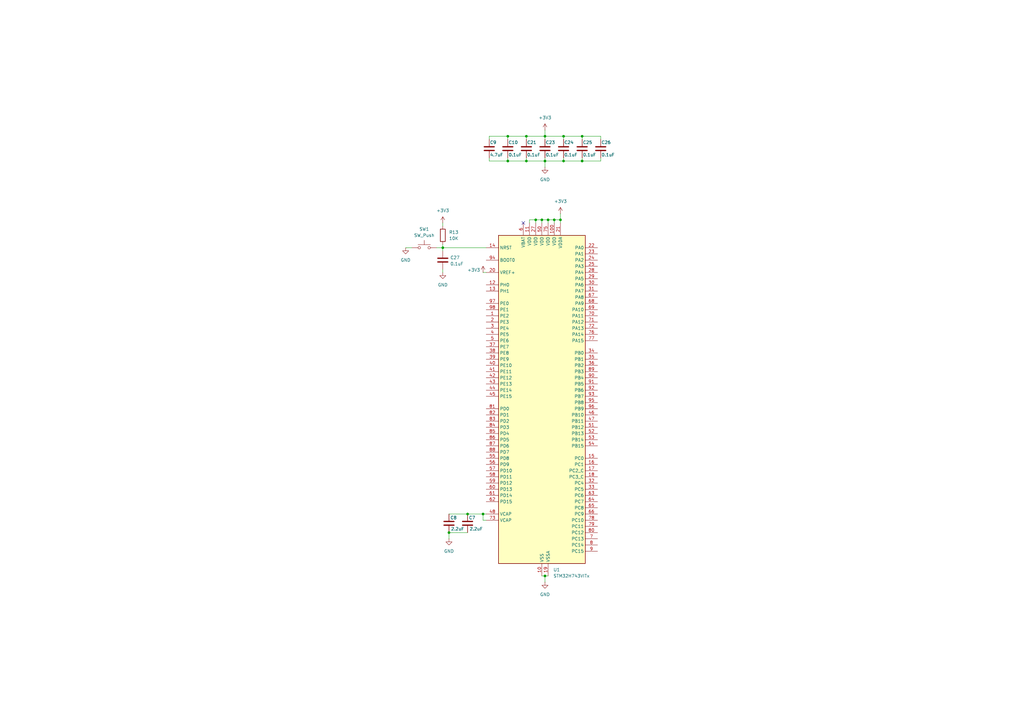
<source format=kicad_sch>
(kicad_sch (version 20250114) (generator "eeschema") (generator_version "9.0")
  (paper "A3")
  (lib_symbols
    (symbol "Device:C" (pin_numbers (hide yes)) (pin_names (offset 0.254))
      (property "Reference" "C" (at 0.635 2.54 0))
      (property "Value" "C" (at 0.635 -2.54 0))
      (symbol "C_0_1"
        (polyline (pts (xy -2.032 0.762) (xy 2.032 0.762)) (stroke (width 0.508)))
        (polyline (pts (xy -2.032 -0.762) (xy 2.032 -0.762)) (stroke (width 0.508)))
      )
      (symbol "C_1_1"
        (pin passive line (at 0 3.81 270) (length 2.794) (name "~") (number "1"))
        (pin passive line (at 0 -3.81 90) (length 2.794) (name "~") (number "2"))
      )
    )
    (symbol "Device:R" (pin_numbers (hide yes)) (pin_names (offset 0))
      (property "Reference" "R" (at 2.032 0 90))
      (property "Value" "R" (at 0 0 90))
      (symbol "R_0_1"
        (rectangle (start -1.016 -2.54) (end 1.016 2.54) (stroke (width 0.254)))
      )
      (symbol "R_1_1"
        (pin passive line (at 0 3.81 270) (length 1.27) (name "~") (number "1"))
        (pin passive line (at 0 -3.81 90) (length 1.27) (name "~") (number "2"))
      )
    )
    (symbol "MCU_ST_STM32H7:STM32H743VITx"
      (property "Reference" "U" (at -17.78 69.85 0))
      (property "Value" "STM32H743VITx" (at 10.16 69.85 0))
      (symbol "STM32H743VITx_0_1"
        (rectangle (start -17.78 -66.04) (end 17.78 68.58) (stroke (width 0.254)) (fill (type background)))
      )
      (symbol "STM32H743VITx_1_1"
        (pin input line (at -22.86 63.5 0) (length 5.08) (name "NRST") (number "14"))
        (pin input line (at -22.86 58.42 0) (length 5.08) (name "BOOT0") (number "94"))
        (pin input line (at -22.86 53.34 0) (length 5.08) (name "VREF+") (number "20"))
        (pin bidirectional line (at -22.86 48.26 0) (length 5.08) (name "PH0") (number "12"))
        (pin bidirectional line (at -22.86 45.72 0) (length 5.08) (name "PH1") (number "13"))
        (pin bidirectional line (at -22.86 40.64 0) (length 5.08) (name "PE0") (number "97"))
        (pin bidirectional line (at -22.86 38.1 0) (length 5.08) (name "PE1") (number "98"))
        (pin bidirectional line (at -22.86 35.56 0) (length 5.08) (name "PE2") (number "1"))
        (pin bidirectional line (at -22.86 33.02 0) (length 5.08) (name "PE3") (number "2"))
        (pin bidirectional line (at -22.86 30.48 0) (length 5.08) (name "PE4") (number "3"))
        (pin bidirectional line (at -22.86 27.94 0) (length 5.08) (name "PE5") (number "4"))
        (pin bidirectional line (at -22.86 25.4 0) (length 5.08) (name "PE6") (number "5"))
        (pin bidirectional line (at -22.86 22.86 0) (length 5.08) (name "PE7") (number "37"))
        (pin bidirectional line (at -22.86 20.32 0) (length 5.08) (name "PE8") (number "38"))
        (pin bidirectional line (at -22.86 17.78 0) (length 5.08) (name "PE9") (number "39"))
        (pin bidirectional line (at -22.86 15.24 0) (length 5.08) (name "PE10") (number "40"))
        (pin bidirectional line (at -22.86 12.7 0) (length 5.08) (name "PE11") (number "41"))
        (pin bidirectional line (at -22.86 10.16 0) (length 5.08) (name "PE12") (number "42"))
        (pin bidirectional line (at -22.86 7.62 0) (length 5.08) (name "PE13") (number "43"))
        (pin bidirectional line (at -22.86 5.08 0) (length 5.08) (name "PE14") (number "44"))
        (pin bidirectional line (at -22.86 2.54 0) (length 5.08) (name "PE15") (number "45"))
        (pin bidirectional line (at -22.86 -2.54 0) (length 5.08) (name "PD0") (number "81"))
        (pin bidirectional line (at -22.86 -5.08 0) (length 5.08) (name "PD1") (number "82"))
        (pin bidirectional line (at -22.86 -7.62 0) (length 5.08) (name "PD2") (number "83"))
        (pin bidirectional line (at -22.86 -10.16 0) (length 5.08) (name "PD3") (number "84"))
        (pin bidirectional line (at -22.86 -12.7 0) (length 5.08) (name "PD4") (number "85"))
        (pin bidirectional line (at -22.86 -15.24 0) (length 5.08) (name "PD5") (number "86"))
        (pin bidirectional line (at -22.86 -17.78 0) (length 5.08) (name "PD6") (number "87"))
        (pin bidirectional line (at -22.86 -20.32 0) (length 5.08) (name "PD7") (number "88"))
        (pin bidirectional line (at -22.86 -22.86 0) (length 5.08) (name "PD8") (number "55"))
        (pin bidirectional line (at -22.86 -25.4 0) (length 5.08) (name "PD9") (number "56"))
        (pin bidirectional line (at -22.86 -27.94 0) (length 5.08) (name "PD10") (number "57"))
        (pin bidirectional line (at -22.86 -30.48 0) (length 5.08) (name "PD11") (number "58"))
        (pin bidirectional line (at -22.86 -33.02 0) (length 5.08) (name "PD12") (number "59"))
        (pin bidirectional line (at -22.86 -35.56 0) (length 5.08) (name "PD13") (number "60"))
        (pin bidirectional line (at -22.86 -38.1 0) (length 5.08) (name "PD14") (number "61"))
        (pin bidirectional line (at -22.86 -40.64 0) (length 5.08) (name "PD15") (number "62"))
        (pin power_out line (at -22.86 -45.72 0) (length 5.08) (name "VCAP") (number "48"))
        (pin power_out line (at -22.86 -48.26 0) (length 5.08) (name "VCAP") (number "73"))
        (pin power_in line (at -7.62 73.66 270) (length 5.08) (name "VBAT") (number "6"))
        (pin power_in line (at -5.08 73.66 270) (length 5.08) (name "VDD") (number "11"))
        (pin power_in line (at -2.54 73.66 270) (length 5.08) (name "VDD") (number "27"))
        (pin power_in line (at 0 73.66 270) (length 5.08) (name "VDD") (number "50"))
        (pin power_in line (at 0 -71.12 90) (length 5.08) (name "VSS") (number "10"))
        (pin passive line (at 0 -71.12 90) (length 5.08) (hide yes) (name "VSS") (number "26"))
        (pin passive line (at 0 -71.12 90) (length 5.08) (hide yes) (name "VSS") (number "49"))
        (pin passive line (at 0 -71.12 90) (length 5.08) (hide yes) (name "VSS") (number "74"))
        (pin passive line (at 0 -71.12 90) (length 5.08) (hide yes) (name "VSS") (number "99"))
        (pin power_in line (at 2.54 73.66 270) (length 5.08) (name "VDD") (number "75"))
        (pin power_in line (at 2.54 -71.12 90) (length 5.08) (name "VSSA") (number "19"))
        (pin power_in line (at 5.08 73.66 270) (length 5.08) (name "VDD") (number "100"))
        (pin power_in line (at 7.62 73.66 270) (length 5.08) (name "VDDA") (number "21"))
        (pin bidirectional line (at 22.86 63.5 180) (length 5.08) (name "PA0") (number "22"))
        (pin bidirectional line (at 22.86 60.96 180) (length 5.08) (name "PA1") (number "23"))
        (pin bidirectional line (at 22.86 58.42 180) (length 5.08) (name "PA2") (number "24"))
        (pin bidirectional line (at 22.86 55.88 180) (length 5.08) (name "PA3") (number "25"))
        (pin bidirectional line (at 22.86 53.34 180) (length 5.08) (name "PA4") (number "28"))
        (pin bidirectional line (at 22.86 50.8 180) (length 5.08) (name "PA5") (number "29"))
        (pin bidirectional line (at 22.86 48.26 180) (length 5.08) (name "PA6") (number "30"))
        (pin bidirectional line (at 22.86 45.72 180) (length 5.08) (name "PA7") (number "31"))
        (pin bidirectional line (at 22.86 43.18 180) (length 5.08) (name "PA8") (number "67"))
        (pin bidirectional line (at 22.86 40.64 180) (length 5.08) (name "PA9") (number "68"))
        (pin bidirectional line (at 22.86 38.1 180) (length 5.08) (name "PA10") (number "69"))
        (pin bidirectional line (at 22.86 35.56 180) (length 5.08) (name "PA11") (number "70"))
        (pin bidirectional line (at 22.86 33.02 180) (length 5.08) (name "PA12") (number "71"))
        (pin bidirectional line (at 22.86 30.48 180) (length 5.08) (name "PA13") (number "72"))
        (pin bidirectional line (at 22.86 27.94 180) (length 5.08) (name "PA14") (number "76"))
        (pin bidirectional line (at 22.86 25.4 180) (length 5.08) (name "PA15") (number "77"))
        (pin bidirectional line (at 22.86 20.32 180) (length 5.08) (name "PB0") (number "34"))
        (pin bidirectional line (at 22.86 17.78 180) (length 5.08) (name "PB1") (number "35"))
        (pin bidirectional line (at 22.86 15.24 180) (length 5.08) (name "PB2") (number "36"))
        (pin bidirectional line (at 22.86 12.7 180) (length 5.08) (name "PB3") (number "89"))
        (pin bidirectional line (at 22.86 10.16 180) (length 5.08) (name "PB4") (number "90"))
        (pin bidirectional line (at 22.86 7.62 180) (length 5.08) (name "PB5") (number "91"))
        (pin bidirectional line (at 22.86 5.08 180) (length 5.08) (name "PB6") (number "92"))
        (pin bidirectional line (at 22.86 2.54 180) (length 5.08) (name "PB7") (number "93"))
        (pin bidirectional line (at 22.86 0 180) (length 5.08) (name "PB8") (number "95"))
        (pin bidirectional line (at 22.86 -2.54 180) (length 5.08) (name "PB9") (number "96"))
        (pin bidirectional line (at 22.86 -5.08 180) (length 5.08) (name "PB10") (number "46"))
        (pin bidirectional line (at 22.86 -7.62 180) (length 5.08) (name "PB11") (number "47"))
        (pin bidirectional line (at 22.86 -10.16 180) (length 5.08) (name "PB12") (number "51"))
        (pin bidirectional line (at 22.86 -12.7 180) (length 5.08) (name "PB13") (number "52"))
        (pin bidirectional line (at 22.86 -15.24 180) (length 5.08) (name "PB14") (number "53"))
        (pin bidirectional line (at 22.86 -17.78 180) (length 5.08) (name "PB15") (number "54"))
        (pin bidirectional line (at 22.86 -22.86 180) (length 5.08) (name "PC0") (number "15"))
        (pin bidirectional line (at 22.86 -25.4 180) (length 5.08) (name "PC1") (number "16"))
        (pin bidirectional line (at 22.86 -27.94 180) (length 5.08) (name "PC2_C") (number "17"))
        (pin bidirectional line (at 22.86 -30.48 180) (length 5.08) (name "PC3_C") (number "18"))
        (pin bidirectional line (at 22.86 -33.02 180) (length 5.08) (name "PC4") (number "32"))
        (pin bidirectional line (at 22.86 -35.56 180) (length 5.08) (name "PC5") (number "33"))
        (pin bidirectional line (at 22.86 -38.1 180) (length 5.08) (name "PC6") (number "63"))
        (pin bidirectional line (at 22.86 -40.64 180) (length 5.08) (name "PC7") (number "64"))
        (pin bidirectional line (at 22.86 -43.18 180) (length 5.08) (name "PC8") (number "65"))
        (pin bidirectional line (at 22.86 -45.72 180) (length 5.08) (name "PC9") (number "66"))
        (pin bidirectional line (at 22.86 -48.26 180) (length 5.08) (name "PC10") (number "78"))
        (pin bidirectional line (at 22.86 -50.8 180) (length 5.08) (name "PC11") (number "79"))
        (pin bidirectional line (at 22.86 -53.34 180) (length 5.08) (name "PC12") (number "80"))
        (pin bidirectional line (at 22.86 -55.88 180) (length 5.08) (name "PC13") (number "7"))
        (pin bidirectional line (at 22.86 -58.42 180) (length 5.08) (name "PC14") (number "8"))
        (pin bidirectional line (at 22.86 -60.96 180) (length 5.08) (name "PC15") (number "9"))
      )
    )
    (symbol "Switch:SW_Push" (pin_numbers (hide yes)) (pin_names (offset 1.016) (hide yes))
      (property "Reference" "SW" (at 1.27 2.54 0))
      (property "Value" "SW_Push" (at 0 -1.524 0))
      (symbol "SW_Push_0_1"
        (circle (center -2.032 0) (radius 0.508))
        (polyline (pts (xy 0 1.27) (xy 0 3.048)))
        (circle (center 2.032 0) (radius 0.508))
        (polyline (pts (xy 2.54 1.27) (xy -2.54 1.27)))
        (pin passive line (at -5.08 0 0) (length 2.54) (name "1") (number "1"))
        (pin passive line (at 5.08 0 180) (length 2.54) (name "2") (number "2"))
      )
    )
    (symbol "power:+3V3" (power) (pin_numbers (hide yes)) (pin_names (offset 0) (hide yes))
      (property "Value" "+3V3" (at 0 3.556 0))
      (symbol "+3V3_0_1"
        (polyline (pts (xy -0.762 1.27) (xy 0 2.54)))
        (polyline (pts (xy 0 2.54) (xy 0.762 1.27)))
        (polyline (pts (xy 0 0) (xy 0 2.54)))
      )
      (symbol "+3V3_1_1"
        (pin power_in line (at 0 0 90) (length 0) (name "~") (number "1"))
      )
    )
    (symbol "power:GND" (power) (pin_numbers (hide yes)) (pin_names (offset 0) (hide yes))
      (property "Value" "GND" (at 0 -3.81 0))
      (symbol "GND_0_1"
        (polyline (pts (xy 0 0) (xy 0 -1.27) (xy 1.27 -1.27) (xy 0 -2.54) (xy -1.27 -1.27) (xy 0 -1.27)))
      )
      (symbol "GND_1_1"
        (pin power_in line (at 0 0 270) (length 0) (name "~") (number "1"))
      )
    )
  )
  (junction (at 219.71 90.17))
  (junction (at 208.28 66.04))
  (junction (at 231.14 55.88))
  (junction (at 215.9 55.88))
  (junction (at 231.14 66.04))
  (junction (at 208.28 55.88))
  (junction (at 227.33 90.17))
  (junction (at 224.79 90.17))
  (junction (at 238.76 55.88))
  (junction (at 184.15 218.44))
  (junction (at 223.52 236.22))
  (junction (at 215.9 66.04))
  (junction (at 229.87 90.17))
  (junction (at 223.52 66.04))
  (junction (at 181.61 101.6))
  (junction (at 223.52 55.88))
  (junction (at 198.12 210.82))
  (junction (at 191.77 210.82))
  (junction (at 222.25 90.17))
  (junction (at 238.76 66.04))
  (no_connect (at 214.63 91.44))
  (wire (pts (xy 181.61 111.76) (xy 181.61 110.49)))
  (wire (pts (xy 227.33 90.17) (xy 227.33 91.44)))
  (wire (pts (xy 219.71 90.17) (xy 219.71 91.44)))
  (wire (pts (xy 215.9 66.04) (xy 223.52 66.04)))
  (wire (pts (xy 231.14 66.04) (xy 231.14 64.77)))
  (wire (pts (xy 238.76 66.04) (xy 238.76 64.77)))
  (wire (pts (xy 181.61 101.6) (xy 199.39 101.6)))
  (wire (pts (xy 224.79 90.17) (xy 224.79 91.44)))
  (wire (pts (xy 200.66 66.04) (xy 200.66 64.77)))
  (wire (pts (xy 223.52 55.88) (xy 231.14 55.88)))
  (wire (pts (xy 198.12 210.82) (xy 199.39 210.82)))
  (wire (pts (xy 181.61 102.87) (xy 181.61 101.6)))
  (wire (pts (xy 208.28 66.04) (xy 200.66 66.04)))
  (wire (pts (xy 246.38 57.15) (xy 246.38 55.88)))
  (wire (pts (xy 181.61 91.44) (xy 181.61 92.71)))
  (wire (pts (xy 231.14 66.04) (xy 238.76 66.04)))
  (wire (pts (xy 238.76 55.88) (xy 246.38 55.88)))
  (wire (pts (xy 217.17 90.17) (xy 217.17 91.44)))
  (wire (pts (xy 184.15 210.82) (xy 191.77 210.82)))
  (wire (pts (xy 238.76 66.04) (xy 246.38 66.04)))
  (wire (pts (xy 200.66 55.88) (xy 200.66 57.15)))
  (wire (pts (xy 179.07 101.6) (xy 181.61 101.6)))
  (wire (pts (xy 223.52 66.04) (xy 231.14 66.04)))
  (wire (pts (xy 191.77 210.82) (xy 198.12 210.82)))
  (wire (pts (xy 227.33 90.17) (xy 224.79 90.17)))
  (wire (pts (xy 229.87 87.63) (xy 229.87 90.17)))
  (wire (pts (xy 224.79 90.17) (xy 222.25 90.17)))
  (wire (pts (xy 208.28 66.04) (xy 208.28 64.77)))
  (wire (pts (xy 222.25 90.17) (xy 222.25 91.44)))
  (wire (pts (xy 231.14 55.88) (xy 231.14 57.15)))
  (wire (pts (xy 223.52 238.76) (xy 223.52 236.22)))
  (wire (pts (xy 223.52 66.04) (xy 223.52 64.77)))
  (wire (pts (xy 215.9 66.04) (xy 215.9 64.77)))
  (wire (pts (xy 229.87 90.17) (xy 227.33 90.17)))
  (wire (pts (xy 208.28 55.88) (xy 200.66 55.88)))
  (wire (pts (xy 231.14 55.88) (xy 238.76 55.88)))
  (wire (pts (xy 208.28 66.04) (xy 215.9 66.04)))
  (wire (pts (xy 208.28 55.88) (xy 208.28 57.15)))
  (wire (pts (xy 219.71 90.17) (xy 217.17 90.17)))
  (wire (pts (xy 222.25 90.17) (xy 219.71 90.17)))
  (wire (pts (xy 181.61 100.33) (xy 181.61 101.6)))
  (wire (pts (xy 215.9 55.88) (xy 215.9 57.15)))
  (wire (pts (xy 223.52 68.58) (xy 223.52 66.04)))
  (wire (pts (xy 198.12 111.76) (xy 199.39 111.76)))
  (wire (pts (xy 246.38 66.04) (xy 246.38 64.77)))
  (wire (pts (xy 184.15 218.44) (xy 191.77 218.44)))
  (wire (pts (xy 215.9 55.88) (xy 223.52 55.88)))
  (wire (pts (xy 208.28 55.88) (xy 215.9 55.88)))
  (wire (pts (xy 229.87 90.17) (xy 229.87 91.44)))
  (wire (pts (xy 238.76 55.88) (xy 238.76 57.15)))
  (wire (pts (xy 223.52 236.22) (xy 222.25 236.22)))
  (wire (pts (xy 166.37 101.6) (xy 168.91 101.6)))
  (wire (pts (xy 223.52 55.88) (xy 223.52 57.15)))
  (wire (pts (xy 184.15 220.98) (xy 184.15 218.44)))
  (wire (pts (xy 223.52 236.22) (xy 224.79 236.22)))
  (wire (pts (xy 223.52 53.34) (xy 223.52 55.88)))
  (wire (pts (xy 198.12 213.36) (xy 198.12 210.82)))
  (wire (pts (xy 199.39 213.36) (xy 198.12 213.36)))
  (symbol (lib_id "Device:C") (at 200.66 60.96 0) (unit 1)
    (property "Reference" "C9" (at 200.914 58.42 0) (effects (justify left)))
    (property "Value" "4.7uF" (at 200.914 63.5 0) (effects (justify left)))
    (property "Description" "Unpolarized capacitor" (effects (hide yes)))
  )
  (symbol (lib_id "Device:C") (at 181.61 106.68 0) (unit 1)
    (property "Reference" "C27" (at 184.658 105.664 0) (effects (justify left)))
    (property "Value" "0.1uF" (at 184.658 108.204 0) (effects (justify left)))
    (property "Description" "Unpolarized capacitor" (effects (hide yes)))
  )
  (symbol (lib_id "Device:C") (at 191.77 214.63 0) (unit 1)
    (property "Reference" "C7" (at 192.278 212.344 0) (effects (justify left)))
    (property "Value" "2.2uF" (at 192.532 216.916 0) (effects (justify left)))
    (property "Description" "Unpolarized capacitor" (effects (hide yes)))
  )
  (symbol (lib_id "power:+3V3") (at 181.61 91.44 0) (unit 1)
    (property "Reference" "#PWR041" (effects (hide yes)))
    (property "Value" "+3V3" (at 181.61 86.36 0))
    (property "Description" "Power symbol creates a global label with name \"+3V3\"" (effects (hide yes)))
  )
  (symbol (lib_id "power:GND") (at 181.61 111.76 0) (unit 1)
    (property "Reference" "#PWR040" (effects (hide yes)))
    (property "Value" "GND" (at 181.61 116.84 0))
    (property "Description" "Power symbol creates a global label with name \"GND\" , ground" (effects (hide yes)))
  )
  (symbol (lib_id "power:GND") (at 184.15 220.98 0) (unit 1)
    (property "Reference" "#PWR07" (effects (hide yes)))
    (property "Value" "GND" (at 184.15 226.06 0))
    (property "Description" "Power symbol creates a global label with name \"GND\" , ground" (effects (hide yes)))
  )
  (symbol (lib_id "power:GND") (at 223.52 238.76 0) (unit 1)
    (property "Reference" "#PWR01" (effects (hide yes)))
    (property "Value" "GND" (at 223.52 243.84 0))
    (property "Description" "Power symbol creates a global label with name \"GND\" , ground" (effects (hide yes)))
  )
  (symbol (lib_id "power:GND") (at 166.37 101.6 0) (unit 1)
    (property "Reference" "#PWR039" (effects (hide yes)))
    (property "Value" "GND" (at 166.37 106.68 0))
    (property "Description" "Power symbol creates a global label with name \"GND\" , ground" (effects (hide yes)))
  )
  (symbol (lib_id "Switch:SW_Push") (at 173.99 101.6 0) (unit 1)
    (property "Reference" "SW1" (at 173.99 93.98 0))
    (property "Value" "SW_Push" (at 173.99 96.52 0))
    (property "Description" "Push button switch, generic, two pins" (effects (hide yes)))
  )
  (symbol (lib_id "Device:C") (at 231.14 60.96 0) (unit 1)
    (property "Reference" "C24" (at 231.394 58.42 0) (effects (justify left)))
    (property "Value" "0.1uF" (at 231.394 63.5 0) (effects (justify left)))
    (property "Description" "Unpolarized capacitor" (effects (hide yes)))
  )
  (symbol (lib_id "Device:R") (at 181.61 96.52 0) (unit 1)
    (property "Reference" "R13" (at 184.15 95.2499 0) (effects (justify left)))
    (property "Value" "10K" (at 184.15 97.7899 0) (effects (justify left)))
    (property "Description" "Resistor" (effects (hide yes)))
  )
  (symbol (lib_id "power:+3V3") (at 229.87 87.63 0) (unit 1)
    (property "Reference" "#PWR02" (effects (hide yes)))
    (property "Value" "+3V3" (at 229.87 82.55 0))
    (property "Description" "Power symbol creates a global label with name \"+3V3\"" (effects (hide yes)))
  )
  (symbol (lib_id "Device:C") (at 238.76 60.96 0) (unit 1)
    (property "Reference" "C25" (at 239.014 58.42 0) (effects (justify left)))
    (property "Value" "0.1uF" (at 239.014 63.5 0) (effects (justify left)))
    (property "Description" "Unpolarized capacitor" (effects (hide yes)))
  )
  (symbol (lib_id "Device:C") (at 208.28 60.96 0) (unit 1)
    (property "Reference" "C10" (at 208.534 58.42 0) (effects (justify left)))
    (property "Value" "0.1uF" (at 208.534 63.5 0) (effects (justify left)))
    (property "Description" "Unpolarized capacitor" (effects (hide yes)))
  )
  (symbol (lib_id "Device:C") (at 246.38 60.96 0) (unit 1)
    (property "Reference" "C26" (at 246.634 58.42 0) (effects (justify left)))
    (property "Value" "0.1uF" (at 246.634 63.5 0) (effects (justify left)))
    (property "Description" "Unpolarized capacitor" (effects (hide yes)))
  )
  (symbol (lib_id "Device:C") (at 223.52 60.96 0) (unit 1)
    (property "Reference" "C23" (at 223.774 58.42 0) (effects (justify left)))
    (property "Value" "0.1uF" (at 223.774 63.5 0) (effects (justify left)))
    (property "Description" "Unpolarized capacitor" (effects (hide yes)))
  )
  (symbol (lib_id "power:+3V3") (at 198.12 111.76 0) (unit 1)
    (property "Reference" "#PWR06" (effects (hide yes)))
    (property "Value" "+3V3" (at 194.31 110.744 0))
    (property "Description" "Power symbol creates a global label with name \"+3V3\"" (effects (hide yes)))
  )
  (symbol (lib_id "Device:C") (at 215.9 60.96 0) (unit 1)
    (property "Reference" "C21" (at 216.154 58.42 0) (effects (justify left)))
    (property "Value" "0.1uF" (at 216.154 63.5 0) (effects (justify left)))
    (property "Description" "Unpolarized capacitor" (effects (hide yes)))
  )
  (symbol (lib_id "Device:C") (at 184.15 214.63 0) (unit 1)
    (property "Reference" "C8" (at 184.658 212.344 0) (effects (justify left)))
    (property "Value" "2.2uF" (at 184.912 216.916 0) (effects (justify left)))
    (property "Description" "Unpolarized capacitor" (effects (hide yes)))
  )
  (symbol (lib_id "power:+3V3") (at 223.52 53.34 0) (unit 1)
    (property "Reference" "#PWR037" (effects (hide yes)))
    (property "Value" "+3V3" (at 223.52 48.26 0))
    (property "Description" "Power symbol creates a global label with name \"+3V3\"" (effects (hide yes)))
  )
  (symbol (lib_id "power:GND") (at 223.52 68.58 0) (unit 1)
    (property "Reference" "#PWR038" (effects (hide yes)))
    (property "Value" "GND" (at 223.52 73.66 0))
    (property "Description" "Power symbol creates a global label with name \"GND\" , ground" (effects (hide yes)))
  )
  (symbol (lib_id "MCU_ST_STM32H7:STM32H743VITx") (at 222.25 165.1 0) (unit 1)
    (property "Reference" "U1" (at 226.9333 233.68 0) (effects (justify left)))
    (property "Value" "STM32H743VITx" (at 226.9333 236.22 0) (effects (justify left)))
    (property "Footprint" "Package_QFP:LQFP-100_14x14mm_P0.5mm" (effects (hide yes)))
    (property "Datasheet" "https://www.st.com/resource/en/datasheet/stm32h743vi.pdf" (effects (hide yes)))
    (property "Description" "STMicroelectronics Arm Cortex-M7 MCU, 2048KB flash, 1024KB RAM, 480 MHz, 1.71-3.6V, 82 GPIO, LQFP100" (effects (hide yes)))
  )
)
</source>
